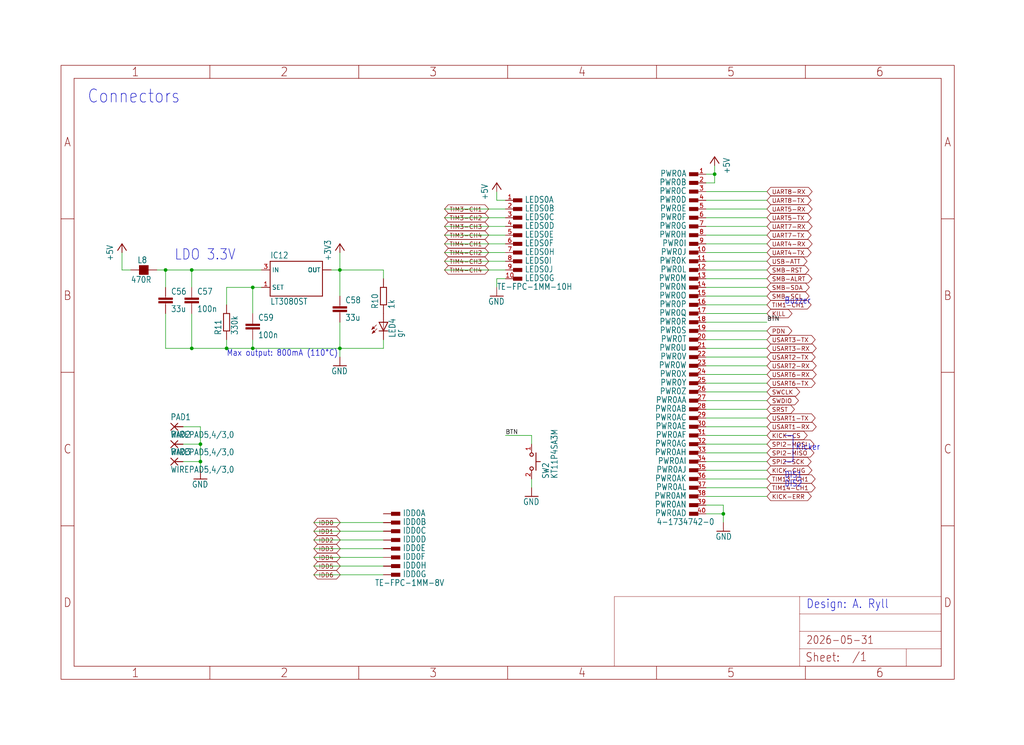
<source format=kicad_sch>
(kicad_sch (version 20231120) (generator "eeschema") (generator_version "8.0")
  (paper "User" 298.45 217.322)
  (junction (at 66.04 101.6))
  (junction (at 208.28 50.8))
  (junction (at 58.42 129.54))
  (junction (at 55.88 78.74))
  (junction (at 58.42 134.62))
  (junction (at 99.06 78.74))
  (junction (at 55.88 101.6))
  (junction (at 73.66 101.6))
  (junction (at 73.66 83.82))
  (junction (at 210.82 149.86))
  (junction (at 48.26 78.74))
  (junction (at 99.06 101.6))
  (wire (pts (xy 223.52 91.44) (xy 205.74 91.44)) (stroke (width 0.1524)))
  (wire (pts (xy 73.66 101.6) (xy 66.04 101.6)) (stroke (width 0.1524)))
  (wire (pts (xy 58.42 124.46) (xy 58.42 129.54)) (stroke (width 0.1524)))
  (wire (pts (xy 223.52 109.22) (xy 205.74 109.22)) (stroke (width 0.1524)))
  (wire (pts (xy 35.56 78.74) (xy 35.56 73.66)) (stroke (width 0.1524)))
  (wire (pts (xy 205.74 114.3) (xy 223.52 114.3)) (stroke (width 0.1524)))
  (wire (pts (xy 223.52 83.82) (xy 205.74 83.82)) (stroke (width 0.1524)))
  (wire (pts (xy 223.52 68.58) (xy 205.74 68.58)) (stroke (width 0.1524)))
  (wire (pts (xy 147.32 58.42) (xy 144.78 58.42)) (stroke (width 0.1524)))
  (wire (pts (xy 147.32 68.58) (xy 129.54 68.58)) (stroke (width 0.1524)))
  (wire (pts (xy 154.94 129.54) (xy 154.94 127)) (stroke (width 0.1524)))
  (wire (pts (xy 48.26 78.74) (xy 45.72 78.74)) (stroke (width 0.1524)))
  (wire (pts (xy 147.32 71.12) (xy 129.54 71.12)) (stroke (width 0.1524)))
  (polyline (pts (xy 231.14 134.62) (xy 228.6 134.62)) (stroke (width 0.1524) (type solid)))
  (wire (pts (xy 223.52 63.5) (xy 205.74 63.5)) (stroke (width 0.1524)))
  (wire (pts (xy 210.82 147.32) (xy 210.82 149.86)) (stroke (width 0.1524)))
  (wire (pts (xy 111.76 165.1) (xy 91.44 165.1)) (stroke (width 0.1524)))
  (wire (pts (xy 205.74 137.16) (xy 223.52 137.16)) (stroke (width 0.1524)))
  (wire (pts (xy 223.52 76.2) (xy 205.74 76.2)) (stroke (width 0.1524)))
  (wire (pts (xy 48.26 101.6) (xy 48.26 91.44)) (stroke (width 0.1524)))
  (wire (pts (xy 205.74 147.32) (xy 210.82 147.32)) (stroke (width 0.1524)))
  (wire (pts (xy 53.34 124.46) (xy 58.42 124.46)) (stroke (width 0.1524)))
  (polyline (pts (xy 228.6 127) (xy 231.14 127)) (stroke (width 0.1524) (type solid)))
  (wire (pts (xy 223.52 55.88) (xy 205.74 55.88)) (stroke (width 0.1524)))
  (wire (pts (xy 205.74 101.6) (xy 223.52 101.6)) (stroke (width 0.1524)))
  (wire (pts (xy 223.52 78.74) (xy 205.74 78.74)) (stroke (width 0.1524)))
  (wire (pts (xy 223.52 58.42) (xy 205.74 58.42)) (stroke (width 0.1524)))
  (wire (pts (xy 223.52 111.76) (xy 205.74 111.76)) (stroke (width 0.1524)))
  (wire (pts (xy 53.34 129.54) (xy 58.42 129.54)) (stroke (width 0.1524)))
  (wire (pts (xy 144.78 58.42) (xy 144.78 55.88)) (stroke (width 0.1524)))
  (wire (pts (xy 223.52 119.38) (xy 205.74 119.38)) (stroke (width 0.1524)))
  (wire (pts (xy 76.2 83.82) (xy 73.66 83.82)) (stroke (width 0.1524)))
  (wire (pts (xy 154.94 127) (xy 147.32 127)) (stroke (width 0.1524)))
  (wire (pts (xy 205.74 139.7) (xy 223.52 139.7)) (stroke (width 0.1524)))
  (wire (pts (xy 73.66 99.06) (xy 73.66 101.6)) (stroke (width 0.1524)))
  (wire (pts (xy 58.42 129.54) (xy 58.42 134.62)) (stroke (width 0.1524)))
  (wire (pts (xy 154.94 142.24) (xy 154.94 139.7)) (stroke (width 0.1524)))
  (wire (pts (xy 223.52 121.92) (xy 205.74 121.92)) (stroke (width 0.1524)))
  (wire (pts (xy 147.32 81.28) (xy 144.78 81.28)) (stroke (width 0.1524)))
  (wire (pts (xy 55.88 101.6) (xy 55.88 91.44)) (stroke (width 0.1524)))
  (wire (pts (xy 223.52 81.28) (xy 205.74 81.28)) (stroke (width 0.1524)))
  (wire (pts (xy 223.52 71.12) (xy 205.74 71.12)) (stroke (width 0.1524)))
  (wire (pts (xy 205.74 149.86) (xy 210.82 149.86)) (stroke (width 0.1524)))
  (wire (pts (xy 205.74 132.08) (xy 223.52 132.08)) (stroke (width 0.1524)))
  (wire (pts (xy 38.1 78.74) (xy 35.56 78.74)) (stroke (width 0.1524)))
  (wire (pts (xy 208.28 50.8) (xy 208.28 48.26)) (stroke (width 0.1524)))
  (wire (pts (xy 111.76 78.74) (xy 99.06 78.74)) (stroke (width 0.1524)))
  (wire (pts (xy 111.76 99.06) (xy 111.76 101.6)) (stroke (width 0.1524)))
  (wire (pts (xy 55.88 78.74) (xy 48.26 78.74)) (stroke (width 0.1524)))
  (wire (pts (xy 111.76 162.56) (xy 91.44 162.56)) (stroke (width 0.1524)))
  (wire (pts (xy 223.52 88.9) (xy 205.74 88.9)) (stroke (width 0.1524)))
  (wire (pts (xy 111.76 157.48) (xy 91.44 157.48)) (stroke (width 0.1524)))
  (wire (pts (xy 147.32 63.5) (xy 129.54 63.5)) (stroke (width 0.1524)))
  (wire (pts (xy 147.32 60.96) (xy 129.54 60.96)) (stroke (width 0.1524)))
  (wire (pts (xy 111.76 152.4) (xy 91.44 152.4)) (stroke (width 0.1524)))
  (wire (pts (xy 205.74 144.78) (xy 223.52 144.78)) (stroke (width 0.1524)))
  (wire (pts (xy 147.32 73.66) (xy 129.54 73.66)) (stroke (width 0.1524)))
  (wire (pts (xy 223.52 116.84) (xy 205.74 116.84)) (stroke (width 0.1524)))
  (wire (pts (xy 223.52 93.98) (xy 205.74 93.98)) (stroke (width 0.1524)))
  (wire (pts (xy 66.04 101.6) (xy 55.88 101.6)) (stroke (width 0.1524)))
  (wire (pts (xy 223.52 60.96) (xy 205.74 60.96)) (stroke (width 0.1524)))
  (wire (pts (xy 66.04 99.06) (xy 66.04 101.6)) (stroke (width 0.1524)))
  (wire (pts (xy 111.76 81.28) (xy 111.76 78.74)) (stroke (width 0.1524)))
  (wire (pts (xy 99.06 86.36) (xy 99.06 78.74)) (stroke (width 0.1524)))
  (wire (pts (xy 205.74 106.68) (xy 223.52 106.68)) (stroke (width 0.1524)))
  (wire (pts (xy 53.34 134.62) (xy 58.42 134.62)) (stroke (width 0.1524)))
  (wire (pts (xy 205.74 134.62) (xy 223.52 134.62)) (stroke (width 0.1524)))
  (wire (pts (xy 73.66 83.82) (xy 66.04 83.82)) (stroke (width 0.1524)))
  (wire (pts (xy 76.2 78.74) (xy 55.88 78.74)) (stroke (width 0.1524)))
  (wire (pts (xy 223.52 86.36) (xy 205.74 86.36)) (stroke (width 0.1524)))
  (wire (pts (xy 147.32 66.04) (xy 129.54 66.04)) (stroke (width 0.1524)))
  (wire (pts (xy 99.06 104.14) (xy 99.06 101.6)) (stroke (width 0.1524)))
  (wire (pts (xy 111.76 154.94) (xy 91.44 154.94)) (stroke (width 0.1524)))
  (wire (pts (xy 66.04 83.82) (xy 66.04 88.9)) (stroke (width 0.1524)))
  (wire (pts (xy 205.74 96.52) (xy 223.52 96.52)) (stroke (width 0.1524)))
  (wire (pts (xy 223.52 73.66) (xy 205.74 73.66)) (stroke (width 0.1524)))
  (wire (pts (xy 223.52 66.04) (xy 205.74 66.04)) (stroke (width 0.1524)))
  (wire (pts (xy 210.82 149.86) (xy 210.82 152.4)) (stroke (width 0.1524)))
  (wire (pts (xy 205.74 129.54) (xy 223.52 129.54)) (stroke (width 0.1524)))
  (wire (pts (xy 223.52 124.46) (xy 205.74 124.46)) (stroke (width 0.1524)))
  (wire (pts (xy 205.74 99.06) (xy 223.52 99.06)) (stroke (width 0.1524)))
  (wire (pts (xy 205.74 142.24) (xy 223.52 142.24)) (stroke (width 0.1524)))
  (wire (pts (xy 144.78 81.28) (xy 144.78 83.82)) (stroke (width 0.1524)))
  (wire (pts (xy 205.74 50.8) (xy 208.28 50.8)) (stroke (width 0.1524)))
  (wire (pts (xy 58.42 134.62) (xy 58.42 137.16)) (stroke (width 0.1524)))
  (wire (pts (xy 111.76 160.02) (xy 91.44 160.02)) (stroke (width 0.1524)))
  (wire (pts (xy 48.26 78.74) (xy 48.26 83.82)) (stroke (width 0.1524)))
  (wire (pts (xy 99.06 93.98) (xy 99.06 101.6)) (stroke (width 0.1524)))
  (wire (pts (xy 73.66 83.82) (xy 73.66 91.44)) (stroke (width 0.1524)))
  (wire (pts (xy 147.32 78.74) (xy 129.54 78.74)) (stroke (width 0.1524)))
  (polyline (pts (xy 231.14 127) (xy 231.14 134.62)) (stroke (width 0.1524) (type solid)))
  (wire (pts (xy 208.28 53.34) (xy 208.28 50.8)) (stroke (width 0.1524)))
  (wire (pts (xy 205.74 104.14) (xy 223.52 104.14)) (stroke (width 0.1524)))
  (wire (pts (xy 99.06 78.74) (xy 96.52 78.74)) (stroke (width 0.1524)))
  (wire (pts (xy 111.76 101.6) (xy 99.06 101.6)) (stroke (width 0.1524)))
  (wire (pts (xy 55.88 78.74) (xy 55.88 83.82)) (stroke (width 0.1524)))
  (wire (pts (xy 99.06 78.74) (xy 99.06 73.66)) (stroke (width 0.1524)))
  (wire (pts (xy 205.74 53.34) (xy 208.28 53.34)) (stroke (width 0.1524)))
  (wire (pts (xy 111.76 167.64) (xy 91.44 167.64)) (stroke (width 0.1524)))
  (wire (pts (xy 99.06 101.6) (xy 73.66 101.6)) (stroke (width 0.1524)))
  (wire (pts (xy 147.32 76.2) (xy 129.54 76.2)) (stroke (width 0.1524)))
  (wire (pts (xy 55.88 101.6) (xy 48.26 101.6)) (stroke (width 0.1524)))
  (wire (pts (xy 205.74 127) (xy 223.52 127)) (stroke (width 0.1524)))
  (text "Max output: 800mA (110°C)" (at 66.04 104.14 0) (effects (font (size 1.778 1.5113)) (justify left bottom)))
  (text "LDO 3.3V" (at 50.8 76.2 0) (effects (font (size 3.048 2.5908)) (justify left bottom)))
  (text "Connectors" (at 25.4 30.48 0) (effects (font (size 3.81 3.2385)) (justify left bottom)))
  (text "Kicker" (at 231.902 131.572 0) (effects (font (size 1.778 1.5113)) (justify left bottom)))
  (text "DIS1" (at 228.6 139.7 0) (effects (font (size 1.778 1.5113)) (justify left bottom)))
  (text "DIS2" (at 228.6 142.24 0) (effects (font (size 1.778 1.5113)) (justify left bottom)))
  (text "Design: A. Ryll" (at 234.95 177.8 0) (effects (font (size 2.54 2.159)) (justify left bottom)))
  (text "Buzzer" (at 228.6 88.9 0) (effects (font (size 1.778 1.5113)) (justify left bottom)))
  (label "BTN" (at 147.32 127 0) (effects (font (size 1.2446 1.2446))))
  (label "BTN" (at 223.52 93.98 0) (effects (font (size 1.2446 1.2446))))
  (global_label "SPI2-MISO" (shape bidirectional) (at 223.52 132.08 0) (effects (font (size 1.2446 1.2446))) (property "Intersheetrefs" "${INTERSHEET_REFS}" (effects (hide yes))))
  (global_label "TIM3-CH2" (shape bidirectional) (at 129.54 63.5 0) (effects (font (size 1.2446 1.2446))) (property "Intersheetrefs" "${INTERSHEET_REFS}" (effects (hide yes))))
  (global_label "TIM3-CH3" (shape bidirectional) (at 129.54 66.04 0) (effects (font (size 1.2446 1.2446))) (property "Intersheetrefs" "${INTERSHEET_REFS}" (effects (hide yes))))
  (global_label "UART4-RX" (shape bidirectional) (at 223.52 71.12 0) (effects (font (size 1.2446 1.2446))) (property "Intersheetrefs" "${INTERSHEET_REFS}" (effects (hide yes))))
  (global_label "SWCLK" (shape bidirectional) (at 223.52 114.3 0) (effects (font (size 1.2446 1.2446))) (property "Intersheetrefs" "${INTERSHEET_REFS}" (effects (hide yes))))
  (global_label "SWDIO" (shape bidirectional) (at 223.52 116.84 0) (effects (font (size 1.2446 1.2446))) (property "Intersheetrefs" "${INTERSHEET_REFS}" (effects (hide yes))))
  (global_label "USART3-RX" (shape bidirectional) (at 223.52 101.6 0) (effects (font (size 1.2446 1.2446))) (property "Intersheetrefs" "${INTERSHEET_REFS}" (effects (hide yes))))
  (global_label "SMB-SDA" (shape bidirectional) (at 223.52 83.82 0) (effects (font (size 1.2446 1.2446))) (property "Intersheetrefs" "${INTERSHEET_REFS}" (effects (hide yes))))
  (global_label "TIM4-CH4" (shape bidirectional) (at 129.54 78.74 0) (effects (font (size 1.2446 1.2446))) (property "Intersheetrefs" "${INTERSHEET_REFS}" (effects (hide yes))))
  (global_label "IDD3" (shape bidirectional) (at 91.44 160.02 0) (effects (font (size 1.2446 1.2446))) (property "Intersheetrefs" "${INTERSHEET_REFS}" (effects (hide yes))))
  (global_label "TIM4-CH1" (shape bidirectional) (at 129.54 71.12 0) (effects (font (size 1.2446 1.2446))) (property "Intersheetrefs" "${INTERSHEET_REFS}" (effects (hide yes))))
  (global_label "IDD2" (shape bidirectional) (at 91.44 157.48 0) (effects (font (size 1.2446 1.2446))) (property "Intersheetrefs" "${INTERSHEET_REFS}" (effects (hide yes))))
  (global_label "TIM13-CH1" (shape bidirectional) (at 223.52 139.7 0) (effects (font (size 1.2446 1.2446))) (property "Intersheetrefs" "${INTERSHEET_REFS}" (effects (hide yes))))
  (global_label "KICK-CHG" (shape bidirectional) (at 223.52 137.16 0) (effects (font (size 1.2446 1.2446))) (property "Intersheetrefs" "${INTERSHEET_REFS}" (effects (hide yes))))
  (global_label "KICK-CS" (shape bidirectional) (at 223.52 127 0) (effects (font (size 1.2446 1.2446))) (property "Intersheetrefs" "${INTERSHEET_REFS}" (effects (hide yes))))
  (global_label "UART5-TX" (shape bidirectional) (at 223.52 63.5 0) (effects (font (size 1.2446 1.2446))) (property "Intersheetrefs" "${INTERSHEET_REFS}" (effects (hide yes))))
  (global_label "IDD6" (shape bidirectional) (at 91.44 167.64 0) (effects (font (size 1.2446 1.2446))) (property "Intersheetrefs" "${INTERSHEET_REFS}" (effects (hide yes))))
  (global_label "USART2-RX" (shape bidirectional) (at 223.52 106.68 0) (effects (font (size 1.2446 1.2446))) (property "Intersheetrefs" "${INTERSHEET_REFS}" (effects (hide yes))))
  (global_label "UART7-TX" (shape bidirectional) (at 223.52 68.58 0) (effects (font (size 1.2446 1.2446))) (property "Intersheetrefs" "${INTERSHEET_REFS}" (effects (hide yes))))
  (global_label "TIM1-CH1" (shape bidirectional) (at 223.52 88.9 0) (effects (font (size 1.2446 1.2446))) (property "Intersheetrefs" "${INTERSHEET_REFS}" (effects (hide yes))))
  (global_label "USART6-TX" (shape bidirectional) (at 223.52 111.76 0) (effects (font (size 1.2446 1.2446))) (property "Intersheetrefs" "${INTERSHEET_REFS}" (effects (hide yes))))
  (global_label "USART1-RX" (shape bidirectional) (at 223.52 124.46 0) (effects (font (size 1.2446 1.2446))) (property "Intersheetrefs" "${INTERSHEET_REFS}" (effects (hide yes))))
  (global_label "SPI2-MOSI" (shape bidirectional) (at 223.52 129.54 0) (effects (font (size 1.2446 1.2446))) (property "Intersheetrefs" "${INTERSHEET_REFS}" (effects (hide yes))))
  (global_label "IDD1" (shape bidirectional) (at 91.44 154.94 0) (effects (font (size 1.2446 1.2446))) (property "Intersheetrefs" "${INTERSHEET_REFS}" (effects (hide yes))))
  (global_label "SMB-ALRT" (shape bidirectional) (at 223.52 81.28 0) (effects (font (size 1.2446 1.2446))) (property "Intersheetrefs" "${INTERSHEET_REFS}" (effects (hide yes))))
  (global_label "KILL" (shape bidirectional) (at 223.52 91.44 0) (effects (font (size 1.2446 1.2446))) (property "Intersheetrefs" "${INTERSHEET_REFS}" (effects (hide yes))))
  (global_label "TIM3-CH1" (shape bidirectional) (at 129.54 60.96 0) (effects (font (size 1.2446 1.2446))) (property "Intersheetrefs" "${INTERSHEET_REFS}" (effects (hide yes))))
  (global_label "UART4-TX" (shape bidirectional) (at 223.52 73.66 0) (effects (font (size 1.2446 1.2446))) (property "Intersheetrefs" "${INTERSHEET_REFS}" (effects (hide yes))))
  (global_label "UART8-RX" (shape bidirectional) (at 223.52 55.88 0) (effects (font (size 1.2446 1.2446))) (property "Intersheetrefs" "${INTERSHEET_REFS}" (effects (hide yes))))
  (global_label "USB-ATT" (shape bidirectional) (at 223.52 76.2 0) (effects (font (size 1.2446 1.2446))) (property "Intersheetrefs" "${INTERSHEET_REFS}" (effects (hide yes))))
  (global_label "USART3-TX" (shape bidirectional) (at 223.52 99.06 0) (effects (font (size 1.2446 1.2446))) (property "Intersheetrefs" "${INTERSHEET_REFS}" (effects (hide yes))))
  (global_label "PDN" (shape bidirectional) (at 223.52 96.52 0) (effects (font (size 1.2446 1.2446))) (property "Intersheetrefs" "${INTERSHEET_REFS}" (effects (hide yes))))
  (global_label "IDD4" (shape bidirectional) (at 91.44 162.56 0) (effects (font (size 1.2446 1.2446))) (property "Intersheetrefs" "${INTERSHEET_REFS}" (effects (hide yes))))
  (global_label "SPI2-SCK" (shape bidirectional) (at 223.52 134.62 0) (effects (font (size 1.2446 1.2446))) (property "Intersheetrefs" "${INTERSHEET_REFS}" (effects (hide yes))))
  (global_label "TIM3-CH4" (shape bidirectional) (at 129.54 68.58 0) (effects (font (size 1.2446 1.2446))) (property "Intersheetrefs" "${INTERSHEET_REFS}" (effects (hide yes))))
  (global_label "USART6-RX" (shape bidirectional) (at 223.52 109.22 0) (effects (font (size 1.2446 1.2446))) (property "Intersheetrefs" "${INTERSHEET_REFS}" (effects (hide yes))))
  (global_label "IDD0" (shape bidirectional) (at 91.44 152.4 0) (effects (font (size 1.2446 1.2446))) (property "Intersheetrefs" "${INTERSHEET_REFS}" (effects (hide yes))))
  (global_label "USART1-TX" (shape bidirectional) (at 223.52 121.92 0) (effects (font (size 1.2446 1.2446))) (property "Intersheetrefs" "${INTERSHEET_REFS}" (effects (hide yes))))
  (global_label "UART7-RX" (shape bidirectional) (at 223.52 66.04 0) (effects (font (size 1.2446 1.2446))) (property "Intersheetrefs" "${INTERSHEET_REFS}" (effects (hide yes))))
  (global_label "SRST" (shape bidirectional) (at 223.52 119.38 0) (effects (font (size 1.2446 1.2446))) (property "Intersheetrefs" "${INTERSHEET_REFS}" (effects (hide yes))))
  (global_label "KICK-ERR" (shape bidirectional) (at 223.52 144.78 0) (effects (font (size 1.2446 1.2446))) (property "Intersheetrefs" "${INTERSHEET_REFS}" (effects (hide yes))))
  (global_label "UART5-RX" (shape bidirectional) (at 223.52 60.96 0) (effects (font (size 1.2446 1.2446))) (property "Intersheetrefs" "${INTERSHEET_REFS}" (effects (hide yes))))
  (global_label "USART2-TX" (shape bidirectional) (at 223.52 104.14 0) (effects (font (size 1.2446 1.2446))) (property "Intersheetrefs" "${INTERSHEET_REFS}" (effects (hide yes))))
  (global_label "IDD5" (shape bidirectional) (at 91.44 165.1 0) (effects (font (size 1.2446 1.2446))) (property "Intersheetrefs" "${INTERSHEET_REFS}" (effects (hide yes))))
  (global_label "SMB-SCL" (shape bidirectional) (at 223.52 86.36 0) (effects (font (size 1.2446 1.2446))) (property "Intersheetrefs" "${INTERSHEET_REFS}" (effects (hide yes))))
  (global_label "TIM4-CH3" (shape bidirectional) (at 129.54 76.2 0) (effects (font (size 1.2446 1.2446))) (property "Intersheetrefs" "${INTERSHEET_REFS}" (effects (hide yes))))
  (global_label "UART8-TX" (shape bidirectional) (at 223.52 58.42 0) (effects (font (size 1.2446 1.2446))) (property "Intersheetrefs" "${INTERSHEET_REFS}" (effects (hide yes))))
  (global_label "TIM14-CH1" (shape bidirectional) (at 223.52 142.24 0) (effects (font (size 1.2446 1.2446))) (property "Intersheetrefs" "${INTERSHEET_REFS}" (effects (hide yes))))
  (global_label "SMB-RST" (shape bidirectional) (at 223.52 78.74 0) (effects (font (size 1.2446 1.2446))) (property "Intersheetrefs" "${INTERSHEET_REFS}" (effects (hide yes))))
  (global_label "TIM4-CH2" (shape bidirectional) (at 129.54 73.66 0) (effects (font (size 1.2446 1.2446))) (property "Intersheetrefs" "${INTERSHEET_REFS}" (effects (hide yes))))
  (symbol (lib_id "Mainboard v13-eagle-import:TE-FPC-0.5MM-40H") (at 205.74 73.66 0) (mirror y) (unit 10)
    (property "Reference" "PWR0" (at 200.152 74.422 0) (effects (font (size 1.778 1.5113)) (justify left bottom)))
    (property "Value" "4-1734742-0" (effects (hide yes)))
    (property "Footprint" "Mainboard v13:TE-4-1734592-0" (effects (hide yes)))
  )
  (symbol (lib_id "Mainboard v13-eagle-import:TE-FPC-0.5MM-40H") (at 205.74 114.3 0) (mirror y) (unit 26)
    (property "Reference" "PWR0" (at 200.152 115.062 0) (effects (font (size 1.778 1.5113)) (justify left bottom)))
    (property "Value" "4-1734742-0" (effects (hide yes)))
    (property "Footprint" "Mainboard v13:TE-4-1734592-0" (effects (hide yes)))
  )
  (symbol (lib_id "Mainboard v13-eagle-import:TE-FPC-1MM-8V") (at 111.76 154.94 0) (unit 3)
    (property "Reference" "IDD0" (at 117.348 155.702 0) (effects (font (size 1.778 1.5113)) (justify left bottom)))
    (property "Value" "TE-FPC-1MM-8V" (effects (hide yes)))
    (property "Footprint" "Mainboard v13:TE-1734248-8" (effects (hide yes)))
  )
  (symbol (lib_id "Mainboard v13-eagle-import:R-EU_R0603") (at 66.04 93.98 90) (unit 1)
    (property "Reference" "R11" (at 64.5414 97.79 0) (effects (font (size 1.778 1.5113)) (justify left bottom)))
    (property "Value" "330k" (at 69.342 97.79 0) (effects (font (size 1.778 1.5113)) (justify left bottom)))
    (property "Footprint" "Mainboard v13:R0603" (effects (hide yes)))
  )
  (symbol (lib_id "Mainboard v13-eagle-import:C-EUC0603") (at 55.88 86.36 0) (unit 1)
    (property "Reference" "C57" (at 57.404 85.979 0) (effects (font (size 1.778 1.5113)) (justify left bottom)))
    (property "Value" "100n" (at 57.404 91.059 0) (effects (font (size 1.778 1.5113)) (justify left bottom)))
    (property "Footprint" "Mainboard v13:C0603" (effects (hide yes)))
  )
  (symbol (lib_id "Mainboard v13-eagle-import:TE-FPC-0.5MM-40H") (at 205.74 81.28 0) (mirror y) (unit 13)
    (property "Reference" "PWR0" (at 200.152 82.042 0) (effects (font (size 1.778 1.5113)) (justify left bottom)))
    (property "Value" "4-1734742-0" (effects (hide yes)))
    (property "Footprint" "Mainboard v13:TE-4-1734592-0" (effects (hide yes)))
  )
  (symbol (lib_id "Mainboard v13-eagle-import:TE-FPC-0.5MM-40H") (at 205.74 88.9 0) (mirror y) (unit 16)
    (property "Reference" "PWR0" (at 200.152 89.662 0) (effects (font (size 1.778 1.5113)) (justify left bottom)))
    (property "Value" "4-1734742-0" (effects (hide yes)))
    (property "Footprint" "Mainboard v13:TE-4-1734592-0" (effects (hide yes)))
  )
  (symbol (lib_id "Mainboard v13-eagle-import:TE-FPC-0.5MM-40H") (at 205.74 124.46 0) (mirror y) (unit 31)
    (property "Reference" "PWR0" (at 200.152 125.222 0) (effects (font (size 1.778 1.5113)) (justify left bottom)))
    (property "Value" "4-1734742-0" (effects (hide yes)))
    (property "Footprint" "Mainboard v13:TE-4-1734592-0" (effects (hide yes)))
  )
  (symbol (lib_id "Mainboard v13-eagle-import:TE-FPC-0.5MM-40H") (at 205.74 93.98 0) (mirror y) (unit 18)
    (property "Reference" "PWR0" (at 200.152 94.742 0) (effects (font (size 1.778 1.5113)) (justify left bottom)))
    (property "Value" "4-1734742-0" (effects (hide yes)))
    (property "Footprint" "Mainboard v13:TE-4-1734592-0" (effects (hide yes)))
  )
  (symbol (lib_id "Mainboard v13-eagle-import:C-EUC0603") (at 73.66 93.98 0) (unit 1)
    (property "Reference" "C59" (at 75.184 93.599 0) (effects (font (size 1.778 1.5113)) (justify left bottom)))
    (property "Value" "100n" (at 75.184 98.679 0) (effects (font (size 1.778 1.5113)) (justify left bottom)))
    (property "Footprint" "Mainboard v13:C0603" (effects (hide yes)))
  )
  (symbol (lib_id "Mainboard v13-eagle-import:TE-FPC-1MM-8V") (at 111.76 152.4 0) (unit 2)
    (property "Reference" "IDD0" (at 117.348 153.162 0) (effects (font (size 1.778 1.5113)) (justify left bottom)))
    (property "Value" "TE-FPC-1MM-8V" (effects (hide yes)))
    (property "Footprint" "Mainboard v13:TE-1734248-8" (effects (hide yes)))
  )
  (symbol (lib_id "Mainboard v13-eagle-import:TE-FPC-1MM-10H") (at 147.32 60.96 0) (unit 2)
    (property "Reference" "LEDS0" (at 152.908 61.722 0) (effects (font (size 1.778 1.5113)) (justify left bottom)))
    (property "Value" "TE-FPC-1MM-10H" (effects (hide yes)))
    (property "Footprint" "Mainboard v13:TE-1-84952-0" (effects (hide yes)))
  )
  (symbol (lib_id "Mainboard v13-eagle-import:TE-FPC-0.5MM-40H") (at 205.74 71.12 0) (mirror y) (unit 9)
    (property "Reference" "PWR0" (at 200.152 71.882 0) (effects (font (size 1.778 1.5113)) (justify left bottom)))
    (property "Value" "4-1734742-0" (effects (hide yes)))
    (property "Footprint" "Mainboard v13:TE-4-1734592-0" (effects (hide yes)))
  )
  (symbol (lib_id "Mainboard v13-eagle-import:+5V") (at 208.28 45.72 0) (mirror y) (unit 1)
    (property "Reference" "#P+4" (effects (hide yes)))
    (property "Value" "+5V" (at 210.82 50.8 90) (effects (font (size 1.778 1.5113)) (justify left bottom)))
  )
  (symbol (lib_id "Mainboard v13-eagle-import:TE-FPC-0.5MM-40H") (at 205.74 134.62 0) (mirror y) (unit 35)
    (property "Reference" "PWR0" (at 200.152 135.382 0) (effects (font (size 1.778 1.5113)) (justify left bottom)))
    (property "Value" "4-1734742-0" (effects (hide yes)))
    (property "Footprint" "Mainboard v13:TE-4-1734592-0" (effects (hide yes)))
  )
  (symbol (lib_id "Mainboard v13-eagle-import:TE-FPC-1MM-10H") (at 147.32 66.04 0) (unit 4)
    (property "Reference" "LEDS0" (at 152.908 66.802 0) (effects (font (size 1.778 1.5113)) (justify left bottom)))
    (property "Value" "TE-FPC-1MM-10H" (effects (hide yes)))
    (property "Footprint" "Mainboard v13:TE-1-84952-0" (effects (hide yes)))
  )
  (symbol (lib_id "Mainboard v13-eagle-import:TE-FPC-1MM-8V") (at 111.76 157.48 0) (unit 4)
    (property "Reference" "IDD0" (at 117.348 158.242 0) (effects (font (size 1.778 1.5113)) (justify left bottom)))
    (property "Value" "TE-FPC-1MM-8V" (effects (hide yes)))
    (property "Footprint" "Mainboard v13:TE-1734248-8" (effects (hide yes)))
  )
  (symbol (lib_id "Mainboard v13-eagle-import:TE-FPC-0.5MM-40H") (at 205.74 144.78 0) (mirror y) (unit 39)
    (property "Reference" "PWR0" (at 200.152 145.542 0) (effects (font (size 1.778 1.5113)) (justify left bottom)))
    (property "Value" "4-1734742-0" (effects (hide yes)))
    (property "Footprint" "Mainboard v13:TE-4-1734592-0" (effects (hide yes)))
  )
  (symbol (lib_id "Mainboard v13-eagle-import:TE-FPC-0.5MM-40H") (at 205.74 132.08 0) (mirror y) (unit 34)
    (property "Reference" "PWR0" (at 200.152 132.842 0) (effects (font (size 1.778 1.5113)) (justify left bottom)))
    (property "Value" "4-1734742-0" (effects (hide yes)))
    (property "Footprint" "Mainboard v13:TE-4-1734592-0" (effects (hide yes)))
  )
  (symbol (lib_id "Mainboard v13-eagle-import:TE-FPC-0.5MM-40H") (at 205.74 119.38 0) (mirror y) (unit 28)
    (property "Reference" "PWR0" (at 200.152 120.142 0) (effects (font (size 1.778 1.5113)) (justify left bottom)))
    (property "Value" "4-1734742-0" (effects (hide yes)))
    (property "Footprint" "Mainboard v13:TE-4-1734592-0" (effects (hide yes)))
  )
  (symbol (lib_id "Mainboard v13-eagle-import:TE-FPC-1MM-8V") (at 111.76 160.02 0) (unit 5)
    (property "Reference" "IDD0" (at 117.348 160.782 0) (effects (font (size 1.778 1.5113)) (justify left bottom)))
    (property "Value" "TE-FPC-1MM-8V" (effects (hide yes)))
    (property "Footprint" "Mainboard v13:TE-1734248-8" (effects (hide yes)))
  )
  (symbol (lib_id "Mainboard v13-eagle-import:TE-FPC-0.5MM-40H") (at 205.74 68.58 0) (mirror y) (unit 8)
    (property "Reference" "PWR0" (at 200.152 69.342 0) (effects (font (size 1.778 1.5113)) (justify left bottom)))
    (property "Value" "4-1734742-0" (effects (hide yes)))
    (property "Footprint" "Mainboard v13:TE-4-1734592-0" (effects (hide yes)))
  )
  (symbol (lib_id "Mainboard v13-eagle-import:TE-FPC-1MM-10H") (at 147.32 71.12 0) (unit 6)
    (property "Reference" "LEDS0" (at 152.908 71.882 0) (effects (font (size 1.778 1.5113)) (justify left bottom)))
    (property "Value" "TE-FPC-1MM-10H" (effects (hide yes)))
    (property "Footprint" "Mainboard v13:TE-1-84952-0" (effects (hide yes)))
  )
  (symbol (lib_id "Mainboard v13-eagle-import:TE-FPC-0.5MM-40H") (at 205.74 142.24 0) (mirror y) (unit 38)
    (property "Reference" "PWR0" (at 200.152 143.002 0) (effects (font (size 1.778 1.5113)) (justify left bottom)))
    (property "Value" "4-1734742-0" (effects (hide yes)))
    (property "Footprint" "Mainboard v13:TE-4-1734592-0" (effects (hide yes)))
  )
  (symbol (lib_id "Mainboard v13-eagle-import:TE-FPC-0.5MM-40H") (at 205.74 139.7 0) (mirror y) (unit 37)
    (property "Reference" "PWR0" (at 200.152 140.462 0) (effects (font (size 1.778 1.5113)) (justify left bottom)))
    (property "Value" "4-1734742-0" (effects (hide yes)))
    (property "Footprint" "Mainboard v13:TE-4-1734592-0" (effects (hide yes)))
  )
  (symbol (lib_id "Mainboard v13-eagle-import:TE-FPC-0.5MM-40H") (at 205.74 111.76 0) (mirror y) (unit 25)
    (property "Reference" "PWR0" (at 200.152 112.522 0) (effects (font (size 1.778 1.5113)) (justify left bottom)))
    (property "Value" "4-1734742-0" (effects (hide yes)))
    (property "Footprint" "Mainboard v13:TE-4-1734592-0" (effects (hide yes)))
  )
  (symbol (lib_id "Mainboard v13-eagle-import:GND") (at 58.42 139.7 0) (unit 1)
    (property "Reference" "#GND32" (effects (hide yes)))
    (property "Value" "GND" (at 55.88 142.24 0) (effects (font (size 1.778 1.5113)) (justify left bottom)))
  )
  (symbol (lib_id "Mainboard v13-eagle-import:TE-FPC-0.5MM-40H") (at 205.74 86.36 0) (mirror y) (unit 15)
    (property "Reference" "PWR0" (at 200.152 87.122 0) (effects (font (size 1.778 1.5113)) (justify left bottom)))
    (property "Value" "4-1734742-0" (effects (hide yes)))
    (property "Footprint" "Mainboard v13:TE-4-1734592-0" (effects (hide yes)))
  )
  (symbol (lib_id "Mainboard v13-eagle-import:TE-FPC-1MM-10H") (at 147.32 81.28 0) (unit 7)
    (property "Reference" "LEDS0" (at 152.908 82.042 0) (effects (font (size 1.778 1.5113)) (justify left bottom)))
    (property "Value" "TE-FPC-1MM-10H" (at 144.78 84.582 0) (effects (font (size 1.778 1.5113)) (justify left bottom)))
    (property "Footprint" "Mainboard v13:TE-1-84952-0" (effects (hide yes)))
  )
  (symbol (lib_id "Mainboard v13-eagle-import:TE-FPC-0.5MM-40H") (at 205.74 78.74 0) (mirror y) (unit 12)
    (property "Reference" "PWR0" (at 200.152 79.502 0) (effects (font (size 1.778 1.5113)) (justify left bottom)))
    (property "Value" "4-1734742-0" (effects (hide yes)))
    (property "Footprint" "Mainboard v13:TE-4-1734592-0" (effects (hide yes)))
  )
  (symbol (lib_id "Mainboard v13-eagle-import:LT3080ST") (at 86.36 83.82 0) (unit 1)
    (property "Reference" "IC12" (at 78.74 75.438 0) (effects (font (size 1.778 1.5113)) (justify left bottom)))
    (property "Value" "LT3080ST" (at 78.74 88.9 0) (effects (font (size 1.778 1.5113)) (justify left bottom)))
    (property "Footprint" "Mainboard v13:SOT223" (effects (hide yes)))
  )
  (symbol (lib_id "Mainboard v13-eagle-import:TE-FPC-0.5MM-40H") (at 205.74 106.68 0) (mirror y) (unit 23)
    (property "Reference" "PWR0" (at 200.152 107.442 0) (effects (font (size 1.778 1.5113)) (justify left bottom)))
    (property "Value" "4-1734742-0" (effects (hide yes)))
    (property "Footprint" "Mainboard v13:TE-4-1734592-0" (effects (hide yes)))
  )
  (symbol (lib_id "Mainboard v13-eagle-import:TE-FPC-1MM-10H") (at 147.32 63.5 0) (unit 3)
    (property "Reference" "LEDS0" (at 152.908 64.262 0) (effects (font (size 1.778 1.5113)) (justify left bottom)))
    (property "Value" "TE-FPC-1MM-10H" (effects (hide yes)))
    (property "Footprint" "Mainboard v13:TE-1-84952-0" (effects (hide yes)))
  )
  (symbol (lib_id "Mainboard v13-eagle-import:WIREPAD5,4/3,0") (at 50.8 124.46 0) (unit 1)
    (property "Reference" "PAD1" (at 49.657 122.6058 0) (effects (font (size 1.778 1.5113)) (justify left bottom)))
    (property "Value" "WIREPAD5,4/3,0" (at 49.657 127.762 0) (effects (font (size 1.778 1.5113)) (justify left bottom)))
    (property "Footprint" "Mainboard v13:5,4_3,0" (effects (hide yes)))
  )
  (symbol (lib_id "Mainboard v13-eagle-import:TE-FPC-0.5MM-40H") (at 205.74 121.92 0) (mirror y) (unit 29)
    (property "Reference" "PWR0" (at 200.152 122.682 0) (effects (font (size 1.778 1.5113)) (justify left bottom)))
    (property "Value" "4-1734742-0" (effects (hide yes)))
    (property "Footprint" "Mainboard v13:TE-4-1734592-0" (effects (hide yes)))
  )
  (symbol (lib_id "Mainboard v13-eagle-import:TE-FPC-0.5MM-40H") (at 205.74 104.14 0) (mirror y) (unit 22)
    (property "Reference" "PWR0" (at 200.152 104.902 0) (effects (font (size 1.778 1.5113)) (justify left bottom)))
    (property "Value" "4-1734742-0" (effects (hide yes)))
    (property "Footprint" "Mainboard v13:TE-4-1734592-0" (effects (hide yes)))
  )
  (symbol (lib_id "Mainboard v13-eagle-import:FB_1206") (at 40.64 78.74 0) (unit 1)
    (property "Reference" "L8" (at 40.005 76.835 0) (effects (font (size 1.778 1.5113)) (justify left bottom)))
    (property "Value" "470R" (at 38.1 82.55 0) (effects (font (size 1.778 1.5113)) (justify left bottom)))
    (property "Footprint" "Mainboard v13:L1206" (effects (hide yes)))
    (property "IMAX" "4A" (effects (hide yes)))
  )
  (symbol (lib_id "Mainboard v13-eagle-import:GND") (at 210.82 154.94 0) (mirror y) (unit 1)
    (property "Reference" "#GND34" (effects (hide yes)))
    (property "Value" "GND" (at 213.36 157.48 0) (effects (font (size 1.778 1.5113)) (justify left bottom)))
  )
  (symbol (lib_id "Mainboard v13-eagle-import:GND") (at 144.78 86.36 0) (unit 1)
    (property "Reference" "#GND30" (effects (hide yes)))
    (property "Value" "GND" (at 142.24 88.9 0) (effects (font (size 1.778 1.5113)) (justify left bottom)))
  )
  (symbol (lib_id "Mainboard v13-eagle-import:R-EU_R0603") (at 111.76 86.36 90) (unit 1)
    (property "Reference" "R10" (at 110.2614 90.17 0) (effects (font (size 1.778 1.5113)) (justify left bottom)))
    (property "Value" "1k" (at 115.062 90.17 0) (effects (font (size 1.778 1.5113)) (justify left bottom)))
    (property "Footprint" "Mainboard v13:R0603" (effects (hide yes)))
  )
  (symbol (lib_id "Mainboard v13-eagle-import:TE-FPC-1MM-8V") (at 111.76 162.56 0) (unit 6)
    (property "Reference" "IDD0" (at 117.348 163.322 0) (effects (font (size 1.778 1.5113)) (justify left bottom)))
    (property "Value" "TE-FPC-1MM-8V" (effects (hide yes)))
    (property "Footprint" "Mainboard v13:TE-1734248-8" (effects (hide yes)))
  )
  (symbol (lib_id "Mainboard v13-eagle-import:TE-FPC-1MM-10H") (at 147.32 78.74 0) (unit 10)
    (property "Reference" "LEDS0" (at 152.908 79.502 0) (effects (font (size 1.778 1.5113)) (justify left bottom)))
    (property "Value" "TE-FPC-1MM-10H" (effects (hide yes)))
    (property "Footprint" "Mainboard v13:TE-1-84952-0" (effects (hide yes)))
  )
  (symbol (lib_id "Mainboard v13-eagle-import:TE-FPC-1MM-8V") (at 111.76 165.1 0) (unit 8)
    (property "Reference" "IDD0" (at 117.348 165.862 0) (effects (font (size 1.778 1.5113)) (justify left bottom)))
    (property "Value" "TE-FPC-1MM-8V" (effects (hide yes)))
    (property "Footprint" "Mainboard v13:TE-1734248-8" (effects (hide yes)))
  )
  (symbol (lib_id "Mainboard v13-eagle-import:TE-FPC-0.5MM-40H") (at 205.74 109.22 0) (mirror y) (unit 24)
    (property "Reference" "PWR0" (at 200.152 109.982 0) (effects (font (size 1.778 1.5113)) (justify left bottom)))
    (property "Value" "4-1734742-0" (effects (hide yes)))
    (property "Footprint" "Mainboard v13:TE-4-1734592-0" (effects (hide yes)))
  )
  (symbol (lib_id "Mainboard v13-eagle-import:TE-FPC-1MM-10H") (at 147.32 58.42 0) (unit 1)
    (property "Reference" "LEDS0" (at 152.908 59.182 0) (effects (font (size 1.778 1.5113)) (justify left bottom)))
    (property "Value" "TE-FPC-1MM-10H" (effects (hide yes)))
    (property "Footprint" "Mainboard v13:TE-1-84952-0" (effects (hide yes)))
  )
  (symbol (lib_id "Mainboard v13-eagle-import:TE-FPC-0.5MM-40H") (at 205.74 60.96 0) (mirror y) (unit 5)
    (property "Reference" "PWR0" (at 200.152 61.722 0) (effects (font (size 1.778 1.5113)) (justify left bottom)))
    (property "Value" "4-1734742-0" (effects (hide yes)))
    (property "Footprint" "Mainboard v13:TE-4-1734592-0" (effects (hide yes)))
  )
  (symbol (lib_id "Mainboard v13-eagle-import:TE-FPC-1MM-8V") (at 111.76 149.86 0) (unit 1)
    (property "Reference" "IDD0" (at 117.348 150.622 0) (effects (font (size 1.778 1.5113)) (justify left bottom)))
    (property "Value" "TE-FPC-1MM-8V" (effects (hide yes)))
    (property "Footprint" "Mainboard v13:TE-1734248-8" (effects (hide yes)))
  )
  (symbol (lib_id "Mainboard v13-eagle-import:TE-FPC-0.5MM-40H") (at 205.74 55.88 0) (mirror y) (unit 3)
    (property "Reference" "PWR0" (at 200.152 56.642 0) (effects (font (size 1.778 1.5113)) (justify left bottom)))
    (property "Value" "4-1734742-0" (effects (hide yes)))
    (property "Footprint" "Mainboard v13:TE-4-1734592-0" (effects (hide yes)))
  )
  (symbol (lib_id "Mainboard v13-eagle-import:TE-FPC-0.5MM-40H") (at 205.74 58.42 0) (mirror y) (unit 4)
    (property "Reference" "PWR0" (at 200.152 59.182 0) (effects (font (size 1.778 1.5113)) (justify left bottom)))
    (property "Value" "4-1734742-0" (effects (hide yes)))
    (property "Footprint" "Mainboard v13:TE-4-1734592-0" (effects (hide yes)))
  )
  (symbol (lib_id "Mainboard v13-eagle-import:TE-FPC-0.5MM-40H") (at 205.74 137.16 0) (mirror y) (unit 36)
    (property "Reference" "PWR0" (at 200.152 137.922 0) (effects (font (size 1.778 1.5113)) (justify left bottom)))
    (property "Value" "4-1734742-0" (effects (hide yes)))
    (property "Footprint" "Mainboard v13:TE-4-1734592-0" (effects (hide yes)))
  )
  (symbol (lib_id "Mainboard v13-eagle-import:TE-FPC-0.5MM-40H") (at 205.74 127 0) (mirror y) (unit 32)
    (property "Reference" "PWR0" (at 200.152 127.762 0) (effects (font (size 1.778 1.5113)) (justify left bottom)))
    (property "Value" "4-1734742-0" (effects (hide yes)))
    (property "Footprint" "Mainboard v13:TE-4-1734592-0" (effects (hide yes)))
  )
  (symbol (lib_id "Mainboard v13-eagle-import:TE-FPC-0.5MM-40H") (at 205.74 53.34 0) (mirror y) (unit 2)
    (property "Reference" "PWR0" (at 200.152 54.102 0) (effects (font (size 1.778 1.5113)) (justify left bottom)))
    (property "Value" "4-1734742-0" (effects (hide yes)))
    (property "Footprint" "Mainboard v13:TE-4-1734592-0" (effects (hide yes)))
  )
  (symbol (lib_id "Mainboard v13-eagle-import:C-EUC1206") (at 99.06 88.9 0) (unit 1)
    (property "Reference" "C58" (at 100.584 88.519 0) (effects (font (size 1.778 1.5113)) (justify left bottom)))
    (property "Value" "33u" (at 100.584 93.599 0) (effects (font (size 1.778 1.5113)) (justify left bottom)))
    (property "Footprint" "Mainboard v13:C1206" (effects (hide yes)))
    (property "VOLTAGE" "25V" (effects (hide yes)))
  )
  (symbol (lib_id "Mainboard v13-eagle-import:TE-FPC-0.5MM-40H") (at 205.74 76.2 0) (mirror y) (unit 11)
    (property "Reference" "PWR0" (at 200.152 76.962 0) (effects (font (size 1.778 1.5113)) (justify left bottom)))
    (property "Value" "4-1734742-0" (effects (hide yes)))
    (property "Footprint" "Mainboard v13:TE-4-1734592-0" (effects (hide yes)))
  )
  (symbol (lib_id "Mainboard v13-eagle-import:TE-FPC-0.5MM-40H") (at 205.74 83.82 0) (mirror y) (unit 14)
    (property "Reference" "PWR0" (at 200.152 84.582 0) (effects (font (size 1.778 1.5113)) (justify left bottom)))
    (property "Value" "4-1734742-0" (effects (hide yes)))
    (property "Footprint" "Mainboard v13:TE-4-1734592-0" (effects (hide yes)))
  )
  (symbol (lib_id "Mainboard v13-eagle-import:TE-FPC-1MM-10H") (at 147.32 68.58 0) (unit 5)
    (property "Reference" "LEDS0" (at 152.908 69.342 0) (effects (font (size 1.778 1.5113)) (justify left bottom)))
    (property "Value" "TE-FPC-1MM-10H" (effects (hide yes)))
    (property "Footprint" "Mainboard v13:TE-1-84952-0" (effects (hide yes)))
  )
  (symbol (lib_id "Mainboard v13-eagle-import:TE-FPC-0.5MM-40H") (at 205.74 101.6 0) (mirror y) (unit 21)
    (property "Reference" "PWR0" (at 200.152 102.362 0) (effects (font (size 1.778 1.5113)) (justify left bottom)))
    (property "Value" "4-1734742-0" (effects (hide yes)))
    (property "Footprint" "Mainboard v13:TE-4-1734592-0" (effects (hide yes)))
  )
  (symbol (lib_id "Mainboard v13-eagle-import:GND") (at 99.06 106.68 0) (unit 1)
    (property "Reference" "#GND31" (effects (hide yes)))
    (property "Value" "GND" (at 96.52 109.22 0) (effects (font (size 1.778 1.5113)) (justify left bottom)))
  )
  (symbol (lib_id "Mainboard v13-eagle-import:TE-FPC-0.5MM-40H") (at 205.74 66.04 0) (mirror y) (unit 7)
    (property "Reference" "PWR0" (at 200.152 66.802 0) (effects (font (size 1.778 1.5113)) (justify left bottom)))
    (property "Value" "4-1734742-0" (effects (hide yes)))
    (property "Footprint" "Mainboard v13:TE-4-1734592-0" (effects (hide yes)))
  )
  (symbol (lib_id "Mainboard v13-eagle-import:+3V3") (at 99.06 71.12 0) (unit 1)
    (property "Reference" "#+3V316" (effects (hide yes)))
    (property "Value" "+3V3" (at 96.52 76.2 90) (effects (font (size 1.778 1.5113)) (justify left bottom)))
  )
  (symbol (lib_id "Mainboard v13-eagle-import:KT11") (at 154.94 134.62 0) (unit 1)
    (property "Reference" "SW2" (at 160.02 139.7 90) (effects (font (size 1.778 1.5113)) (justify left bottom)))
    (property "Value" "KT11P4SA3M" (at 162.56 139.7 90) (effects (font (size 1.778 1.5113)) (justify left bottom)))
    (property "Footprint" "Mainboard v13:KT11" (effects (hide yes)))
  )
  (symbol (lib_id "Mainboard v13-eagle-import:+5V") (at 144.78 53.34 0) (unit 1)
    (property "Reference" "#P+5" (effects (hide yes)))
    (property "Value" "+5V" (at 142.24 58.42 90) (effects (font (size 1.778 1.5113)) (justify left bottom)))
  )
  (symbol (lib_id "Mainboard v13-eagle-import:TE-FPC-1MM-10H") (at 147.32 73.66 0) (unit 8)
    (property "Reference" "LEDS0" (at 152.908 74.422 0) (effects (font (size 1.778 1.5113)) (justify left bottom)))
    (property "Value" "TE-FPC-1MM-10H" (effects (hide yes)))
    (property "Footprint" "Mainboard v13:TE-1-84952-0" (effects (hide yes)))
  )
  (symbol (lib_id "Mainboard v13-eagle-import:TE-FPC-0.5MM-40H") (at 205.74 63.5 0) (mirror y) (unit 6)
    (property "Reference" "PWR0" (at 200.152 64.262 0) (effects (font (size 1.778 1.5113)) (justify left bottom)))
    (property "Value" "4-1734742-0" (effects (hide yes)))
    (property "Footprint" "Mainboard v13:TE-4-1734592-0" (effects (hide yes)))
  )
  (symbol (lib_id "Mainboard v13-eagle-import:A4L-LOC") (at 17.78 198.12 0) (unit 1)
    (property "Reference" "#FRAME4" (effects (hide yes)))
    (property "Value" "A4L-LOC" (effects (hide yes)))
  )
  (symbol (lib_id "Mainboard v13-eagle-import:TE-FPC-0.5MM-40H") (at 205.74 91.44 0) (mirror y) (unit 17)
    (property "Reference" "PWR0" (at 200.152 92.202 0) (effects (font (size 1.778 1.5113)) (justify left bottom)))
    (property "Value" "4-1734742-0" (effects (hide yes)))
    (property "Footprint" "Mainboard v13:TE-4-1734592-0" (effects (hide yes)))
  )
  (symbol (lib_id "Mainboard v13-eagle-import:TE-FPC-1MM-10H") (at 147.32 76.2 0) (unit 9)
    (property "Reference" "LEDS0" (at 152.908 76.962 0) (effects (font (size 1.778 1.5113)) (justify left bottom)))
    (property "Value" "TE-FPC-1MM-10H" (effects (hide yes)))
    (property "Footprint" "Mainboard v13:TE-1-84952-0" (effects (hide yes)))
  )
  (symbol (lib_id "Mainboard v13-eagle-import:GND") (at 154.94 144.78 0) (unit 1)
    (property "Reference" "#GND33" (effects (hide yes)))
    (property "Value" "GND" (at 152.4 147.32 0) (effects (font (size 1.778 1.5113)) (justify left bottom)))
  )
  (symbol (lib_id "Mainboard v13-eagle-import:TE-FPC-0.5MM-40H") (at 205.74 96.52 0) (mirror y) (unit 19)
    (property "Reference" "PWR0" (at 200.152 97.282 0) (effects (font (size 1.778 1.5113)) (justify left bottom)))
    (property "Value" "4-1734742-0" (effects (hide yes)))
    (property "Footprint" "Mainboard v13:TE-4-1734592-0" (effects (hide yes)))
  )
  (symbol (lib_id "Mainboard v13-eagle-import:+5V") (at 35.56 71.12 0) (unit 1)
    (property "Reference" "#P+6" (effects (hide yes)))
    (property "Value" "+5V" (at 33.02 76.2 90) (effects (font (size 1.778 1.5113)) (justify left bottom)))
  )
  (symbol (lib_id "Mainboard v13-eagle-import:TE-FPC-0.5MM-40H") (at 205.74 149.86 0) (mirror y) (unit 30)
    (property "Reference" "PWR0" (at 200.152 150.622 0) (effects (font (size 1.778 1.5113)) (justify left bottom)))
    (property "Value" "4-1734742-0" (at 208.28 153.162 0) (effects (font (size 1.778 1.5113)) (justify left bottom)))
    (property "Footprint" "Mainboard v13:TE-4-1734592-0" (effects (hide yes)))
  )
  (symbol (lib_id "Mainboard v13-eagle-import:TE-FPC-0.5MM-40H") (at 205.74 116.84 0) (mirror y) (unit 27)
    (property "Reference" "PWR0" (at 200.152 117.602 0) (effects (font (size 1.778 1.5113)) (justify left bottom)))
    (property "Value" "4-1734742-0" (effects (hide yes)))
    (property "Footprint" "Mainboard v13:TE-4-1734592-0" (effects (hide yes)))
  )
  (symbol (lib_id "Mainboard v13-eagle-import:TE-FPC-0.5MM-40H") (at 205.74 50.8 0) (mirror y) (unit 1)
    (property "Reference" "PWR0" (at 200.152 51.562 0) (effects (font (size 1.778 1.5113)) (justify left bottom)))
    (property "Value" "4-1734742-0" (effects (hide yes)))
    (property "Footprint" "Mainboard v13:TE-4-1734592-0" (effects (hide yes)))
  )
  (symbol (lib_id "Mainboard v13-eagle-import:TE-FPC-1MM-8V") (at 111.76 167.64 0) (unit 7)
    (property "Reference" "IDD0" (at 117.348 168.402 0) (effects (font (size 1.778 1.5113)) (justify left bottom)))
    (property "Value" "TE-FPC-1MM-8V" (at 109.22 170.942 0) (effects (font (size 1.778 1.5113)) (justify left bottom)))
    (property "Footprint" "Mainboard v13:TE-1734248-8" (effects (hide yes)))
  )
  (symbol (lib_id "Mainboard v13-eagle-import:LEDCHIP-LED0603") (at 111.76 93.98 0) (unit 1)
    (property "Reference" "LED4" (at 115.316 98.552 90) (effects (font (size 1.778 1.5113)) (justify left bottom)))
    (property "Value" "gr" (at 117.475 98.552 90) (effects (font (size 1.778 1.5113)) (justify left bottom)))
    (property "Footprint" "Mainboard v13:CHIP-LED0603" (effects (hide yes)))
  )
  (symbol (lib_id "Mainboard v13-eagle-import:TE-FPC-0.5MM-40H") (at 205.74 99.06 0) (mirror y) (unit 20)
    (property "Reference" "PWR0" (at 200.152 99.822 0) (effects (font (size 1.778 1.5113)) (justify left bottom)))
    (property "Value" "4-1734742-0" (effects (hide yes)))
    (property "Footprint" "Mainboard v13:TE-4-1734592-0" (effects (hide yes)))
  )
  (symbol (lib_id "Mainboard v13-eagle-import:C-EUC1206") (at 48.26 86.36 0) (unit 1)
    (property "Reference" "C56" (at 49.784 85.979 0) (effects (font (size 1.778 1.5113)) (justify left bottom)))
    (property "Value" "33u" (at 49.784 91.059 0) (effects (font (size 1.778 1.5113)) (justify left bottom)))
    (property "Footprint" "Mainboard v13:C1206" (effects (hide yes)))
    (property "VOLTAGE" "25V" (effects (hide yes)))
  )
  (symbol (lib_id "Mainboard v13-eagle-import:WIREPAD5,4/3,0") (at 50.8 134.62 0) (unit 1)
    (property "Reference" "PAD3" (at 49.657 132.7658 0) (effects (font (size 1.778 1.5113)) (justify left bottom)))
    (property "Value" "WIREPAD5,4/3,0" (at 49.657 137.922 0) (effects (font (size 1.778 1.5113)) (justify left bottom)))
    (property "Footprint" "Mainboard v13:5,4_3,0" (effects (hide yes)))
  )
  (symbol (lib_id "Mainboard v13-eagle-import:TE-FPC-0.5MM-40H") (at 205.74 129.54 0) (mirror y) (unit 33)
    (property "Reference" "PWR0" (at 200.152 130.302 0) (effects (font (size 1.778 1.5113)) (justify left bottom)))
    (property "Value" "4-1734742-0" (effects (hide yes)))
    (property "Footprint" "Mainboard v13:TE-4-1734592-0" (effects (hide yes)))
  )
  (symbol (lib_id "Mainboard v13-eagle-import:WIREPAD5,4/3,0") (at 50.8 129.54 0) (unit 1)
    (property "Reference" "PAD2" (at 49.657 127.6858 0) (effects (font (size 1.778 1.5113)) (justify left bottom)))
    (property "Value" "WIREPAD5,4/3,0" (at 49.657 132.842 0) (effects (font (size 1.778 1.5113)) (justify left bottom)))
    (property "Footprint" "Mainboard v13:5,4_3,0" (effects (hide yes)))
  )
  (symbol (lib_id "Mainboard v13-eagle-import:TE-FPC-0.5MM-40H") (at 205.74 147.32 0) (mirror y) (unit 40)
    (property "Reference" "PWR0" (at 200.152 148.082 0) (effects (font (size 1.778 1.5113)) (justify left bottom)))
    (property "Value" "4-1734742-0" (effects (hide yes)))
    (property "Footprint" "Mainboard v13:TE-4-1734592-0" (effects (hide yes)))
  )
)
</source>
